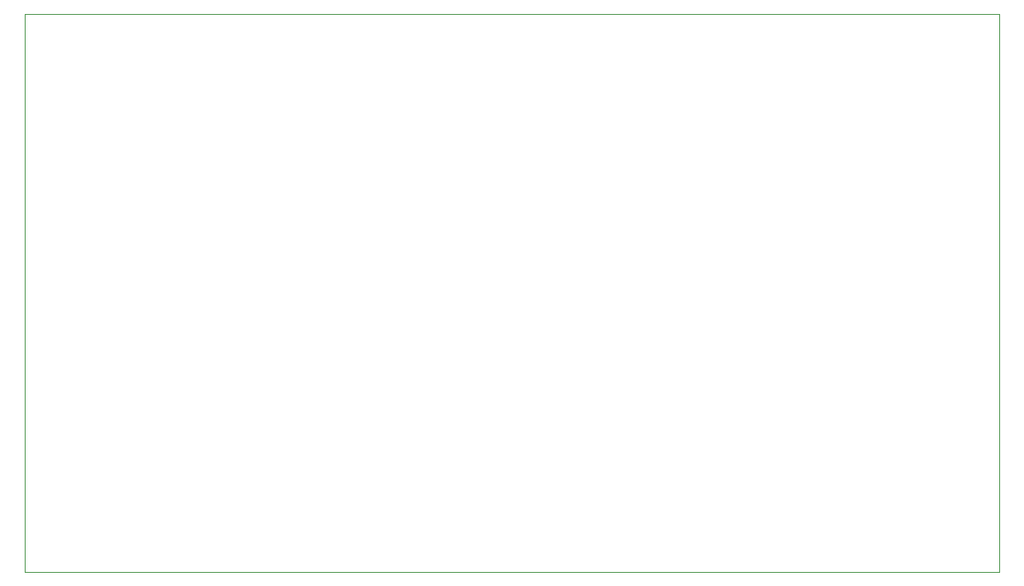
<source format=gm1>
G04 #@! TF.GenerationSoftware,KiCad,Pcbnew,(5.1.12)-1*
G04 #@! TF.CreationDate,2022-06-02T09:48:46-07:00*
G04 #@! TF.ProjectId,vera-module-rev4,76657261-2d6d-46f6-9475-6c652d726576,rev?*
G04 #@! TF.SameCoordinates,Original*
G04 #@! TF.FileFunction,Profile,NP*
%FSLAX46Y46*%
G04 Gerber Fmt 4.6, Leading zero omitted, Abs format (unit mm)*
G04 Created by KiCad (PCBNEW (5.1.12)-1) date 2022-06-02 09:48:46*
%MOMM*%
%LPD*%
G01*
G04 APERTURE LIST*
G04 #@! TA.AperFunction,Profile*
%ADD10C,0.050000*%
G04 #@! TD*
G04 APERTURE END LIST*
D10*
X100000000Y-102666800D02*
X200000000Y-102666800D01*
X100000000Y-160000000D02*
X200000000Y-160000000D01*
X200000000Y-102666800D02*
X200000000Y-160000000D01*
X100000000Y-102666800D02*
X100000000Y-160000000D01*
M02*

</source>
